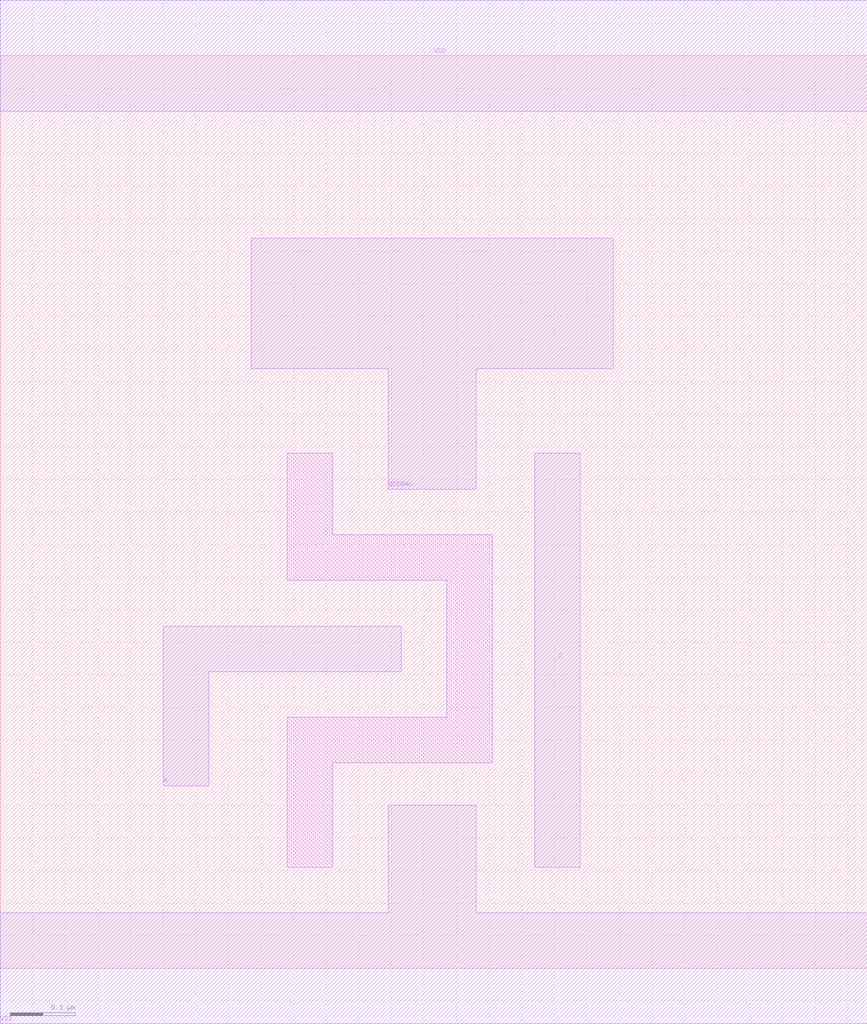
<source format=lef>
# 
# ******************************************************************************
# *                                                                            *
# *                   Copyright (C) 2004-2011, Nangate Inc.                    *
# *                           All rights reserved.                             *
# *                                                                            *
# * Nangate and the Nangate logo are trademarks of Nangate Inc.                *
# *                                                                            *
# * All trademarks, logos, software marks, and trade names (collectively the   *
# * "Marks") in this program are proprietary to Nangate or other respective    *
# * owners that have granted Nangate the right and license to use such Marks.  *
# * You are not permitted to use the Marks without the prior written consent   *
# * of Nangate or such third party that may own the Marks.                     *
# *                                                                            *
# * This file has been provided pursuant to a License Agreement containing     *
# * restrictions on its use. This file contains valuable trade secrets and     *
# * proprietary information of Nangate Inc., and is protected by U.S. and      *
# * international laws and/or treaties.                                        *
# *                                                                            *
# * The copyright notice(s) in this file does not indicate actual or intended  *
# * publication of this file.                                                  *
# *                                                                            *
# *     NGLibraryCreator, v2010.08-HR32-SP3-2010-08-05 - build 1009061800      *
# *                                                                            *
# ******************************************************************************
# 
# 
# Running on server08.nangate.com for user Giancarlo Franciscatto (gfr).
# Local time is now Thu, 6 Jan 2011, 18:10:28.
# Main process id is 3320.

VERSION 5.6 ;
BUSBITCHARS "[]" ;
DIVIDERCHAR "/" ;

MACRO AON_BUF_X1
  CLASS core ;
  FOREIGN AON_BUF_X1 0.0 0.0 ;
  ORIGIN 0 0 ;
  SYMMETRY X Y ;
  SITE FreePDK45_38x28_10R_NP_162NW_34O ;
  SIZE 1.33 BY 1.4 ;
  PIN A
    DIRECTION INPUT ;
    ANTENNAPARTIALMETALAREA 0.0378 LAYER metal1 ;
    ANTENNAPARTIALMETALSIDEAREA 0.1586 LAYER metal1 ;
    ANTENNAGATEAREA 0.011 ;
    PORT
      LAYER metal1 ;
        POLYGON 0.25 0.28 0.32 0.28 0.32 0.455 0.615 0.455 0.615 0.525 0.25 0.525  ;
    END
  END A
  PIN Z
    DIRECTION OUTPUT ;
    ANTENNAPARTIALMETALAREA 0.04445 LAYER metal1 ;
    ANTENNAPARTIALMETALSIDEAREA 0.1833 LAYER metal1 ;
    ANTENNADIFFAREA 0.0242 ;
    PORT
      LAYER metal1 ;
        POLYGON 0.82 0.155 0.89 0.155 0.89 0.79 0.82 0.79  ;
    END
  END Z
  PIN VDD
    DIRECTION INOUT ;
    USE power ;
    SHAPE ABUTMENT ;
    PORT
      LAYER metal1 ;
        POLYGON 0 1.315 0.755 1.315 1.33 1.315 1.33 1.485 0.755 1.485 0 1.485  ;
    END
  END VDD
  PIN VDDBAK
    DIRECTION INOUT ;
    USE power ;
    SHAPE ABUTMENT ;
    PORT
      LAYER metal1 ;
        POLYGON 0.385 0.92 0.595 0.92 0.595 0.735 0.73 0.735 0.73 0.92 0.755 0.92 0.94 0.92 0.94 1.12 0.755 1.12 0.385 1.12  ;
    END
  END VDDBAK
  PIN VSS
    DIRECTION INOUT ;
    USE ground ;
    SHAPE ABUTMENT ;
    PORT
      LAYER metal1 ;
        POLYGON 0 -0.085 1.33 -0.085 1.33 0.085 0.73 0.085 0.73 0.25 0.595 0.25 0.595 0.085 0 0.085  ;
    END
  END VSS
  OBS
      LAYER metal1 ;
        POLYGON 0.44 0.595 0.685 0.595 0.685 0.385 0.44 0.385 0.44 0.155 0.51 0.155 0.51 0.315 0.755 0.315 0.755 0.665 0.51 0.665 0.51 0.79 0.44 0.79  ;
  END
END AON_BUF_X1

END LIBRARY
#
# End of file
#

</source>
